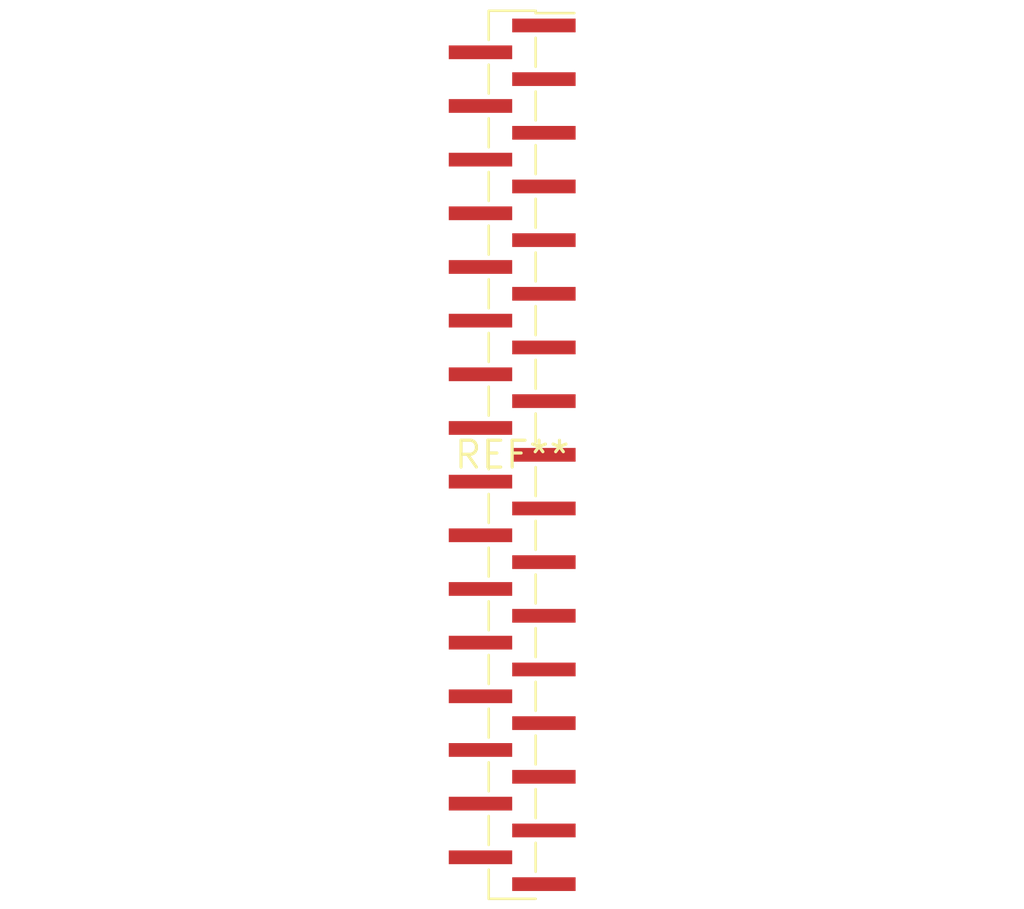
<source format=kicad_pcb>
(kicad_pcb (version 20240108) (generator pcbnew)
  (layers (0 "F.Cu" signal) (31 "B.Cu" signal) (34 "B.Paste" user) (35 "F.Paste" user) (36 "B.SilkS" user "B.Silkscreen") (37 "F.SilkS" user "F.Silkscreen") (38 "B.Mask" user) (39 "F.Mask" user) (44 "Edge.Cuts" user))
  (net 0 "")
  (footprint "PinHeader_1x33_P1.27mm_Vertical_SMD_Pin1Right" (layer "F.Cu") (at 0 0)
    (property "Reference" "REF**")
    (property "Value" "PinHeader_1x33_P1.27mm_Vertical_SMD_Pin1Right")
    (fp_line (start -1.11 -21.015) (end 1.11 -21.015) (layer "F.SilkS") (stroke (width 0.12)))
    (fp_line (start -1.11 -21.005) (end -1.11 -19.635) (layer "F.SilkS") (stroke (width 0.12)))
    (fp_line (start -1.11 -18.465) (end -1.11 -17.095) (layer "F.SilkS") (stroke (width 0.12)))
    (fp_line (start -1.11 -15.925) (end -1.11 -14.555) (layer "F.SilkS") (stroke (width 0.12)))
    (fp_line (start -1.11 -13.385) (end -1.11 -12.015) (layer "F.SilkS") (stroke (width 0.12)))
    (fp_line (start -1.11 -10.845) (end -1.11 -9.475) (layer "F.SilkS") (stroke (width 0.12)))
    (fp_line (start -1.11 -8.305) (end -1.11 -6.935) (layer "F.SilkS") (stroke (width 0.12)))
    (fp_line (start -1.11 -5.765) (end -1.11 -4.395) (layer "F.SilkS") (stroke (width 0.12)))
    (fp_line (start -1.11 -3.225) (end -1.11 -1.855) (layer "F.SilkS") (stroke (width 0.12)))
    (fp_line (start -1.11 -0.685) (end -1.11 0.685) (layer "F.SilkS") (stroke (width 0.12)))
    (fp_line (start -1.11 1.855) (end -1.11 3.225) (layer "F.SilkS") (stroke (width 0.12)))
    (fp_line (start -1.11 4.395) (end -1.11 5.765) (layer "F.SilkS") (stroke (width 0.12)))
    (fp_line (start -1.11 6.935) (end -1.11 8.305) (layer "F.SilkS") (stroke (width 0.12)))
    (fp_line (start -1.11 9.475) (end -1.11 10.845) (layer "F.SilkS") (stroke (width 0.12)))
    (fp_line (start -1.11 12.015) (end -1.11 13.385) (layer "F.SilkS") (stroke (width 0.12)))
    (fp_line (start -1.11 14.555) (end -1.11 15.925) (layer "F.SilkS") (stroke (width 0.12)))
    (fp_line (start -1.11 17.095) (end -1.11 18.465) (layer "F.SilkS") (stroke (width 0.12)))
    (fp_line (start -1.11 19.635) (end -1.11 21.005) (layer "F.SilkS") (stroke (width 0.12)))
    (fp_line (start -1.11 20.905) (end -1.11 21.015) (layer "F.SilkS") (stroke (width 0.12)))
    (fp_line (start -1.11 21.015) (end 1.11 21.015) (layer "F.SilkS") (stroke (width 0.12)))
    (fp_line (start 1.11 -21.015) (end 1.11 -20.905) (layer "F.SilkS") (stroke (width 0.12)))
    (fp_line (start 1.11 -20.905) (end 2.94 -20.905) (layer "F.SilkS") (stroke (width 0.12)))
    (fp_line (start 1.11 -19.735) (end 1.11 -18.365) (layer "F.SilkS") (stroke (width 0.12)))
    (fp_line (start 1.11 -17.195) (end 1.11 -15.825) (layer "F.SilkS") (stroke (width 0.12)))
    (fp_line (start 1.11 -14.655) (end 1.11 -13.285) (layer "F.SilkS") (stroke (width 0.12)))
    (fp_line (start 1.11 -12.115) (end 1.11 -10.745) (layer "F.SilkS") (stroke (width 0.12)))
    (fp_line (start 1.11 -9.575) (end 1.11 -8.205) (layer "F.SilkS") (stroke (width 0.12)))
    (fp_line (start 1.11 -7.035) (end 1.11 -5.665) (layer "F.SilkS") (stroke (width 0.12)))
    (fp_line (start 1.11 -4.495) (end 1.11 -3.125) (layer "F.SilkS") (stroke (width 0.12)))
    (fp_line (start 1.11 -1.955) (end 1.11 -0.585) (layer "F.SilkS") (stroke (width 0.12)))
    (fp_line (start 1.11 0.585) (end 1.11 1.955) (layer "F.SilkS") (stroke (width 0.12)))
    (fp_line (start 1.11 3.125) (end 1.11 4.495) (layer "F.SilkS") (stroke (width 0.12)))
    (fp_line (start 1.11 5.665) (end 1.11 7.035) (layer "F.SilkS") (stroke (width 0.12)))
    (fp_line (start 1.11 8.205) (end 1.11 9.575) (layer "F.SilkS") (stroke (width 0.12)))
    (fp_line (start 1.11 10.745) (end 1.11 12.115) (layer "F.SilkS") (stroke (width 0.12)))
    (fp_line (start 1.11 13.285) (end 1.11 14.655) (layer "F.SilkS") (stroke (width 0.12)))
    (fp_line (start 1.11 15.825) (end 1.11 17.195) (layer "F.SilkS") (stroke (width 0.12)))
    (fp_line (start 1.11 18.365) (end 1.11 19.735) (layer "F.SilkS") (stroke (width 0.12)))
    (pad "1" smd rect (at 1.5 -20.32) (size 3 0.65) (layers "F.Cu" "F.Paste" "F.Mask"))
    (pad "2" smd rect (at -1.5 -19.05) (size 3 0.65) (layers "F.Cu" "F.Paste" "F.Mask"))
    (pad "3" smd rect (at 1.5 -17.78) (size 3 0.65) (layers "F.Cu" "F.Paste" "F.Mask"))
    (pad "4" smd rect (at -1.5 -16.51) (size 3 0.65) (layers "F.Cu" "F.Paste" "F.Mask"))
    (pad "5" smd rect (at 1.5 -15.24) (size 3 0.65) (layers "F.Cu" "F.Paste" "F.Mask"))
    (pad "6" smd rect (at -1.5 -13.97) (size 3 0.65) (layers "F.Cu" "F.Paste" "F.Mask"))
    (pad "7" smd rect (at 1.5 -12.7) (size 3 0.65) (layers "F.Cu" "F.Paste" "F.Mask"))
    (pad "8" smd rect (at -1.5 -11.43) (size 3 0.65) (layers "F.Cu" "F.Paste" "F.Mask"))
    (pad "9" smd rect (at 1.5 -10.16) (size 3 0.65) (layers "F.Cu" "F.Paste" "F.Mask"))
    (pad "10" smd rect (at -1.5 -8.89) (size 3 0.65) (layers "F.Cu" "F.Paste" "F.Mask"))
    (pad "11" smd rect (at 1.5 -7.62) (size 3 0.65) (layers "F.Cu" "F.Paste" "F.Mask"))
    (pad "12" smd rect (at -1.5 -6.35) (size 3 0.65) (layers "F.Cu" "F.Paste" "F.Mask"))
    (pad "13" smd rect (at 1.5 -5.08) (size 3 0.65) (layers "F.Cu" "F.Paste" "F.Mask"))
    (pad "14" smd rect (at -1.5 -3.81) (size 3 0.65) (layers "F.Cu" "F.Paste" "F.Mask"))
    (pad "15" smd rect (at 1.5 -2.54) (size 3 0.65) (layers "F.Cu" "F.Paste" "F.Mask"))
    (pad "16" smd rect (at -1.5 -1.27) (size 3 0.65) (layers "F.Cu" "F.Paste" "F.Mask"))
    (pad "17" smd rect (at 1.5 0) (size 3 0.65) (layers "F.Cu" "F.Paste" "F.Mask"))
    (pad "18" smd rect (at -1.5 1.27) (size 3 0.65) (layers "F.Cu" "F.Paste" "F.Mask"))
    (pad "19" smd rect (at 1.5 2.54) (size 3 0.65) (layers "F.Cu" "F.Paste" "F.Mask"))
    (pad "20" smd rect (at -1.5 3.81) (size 3 0.65) (layers "F.Cu" "F.Paste" "F.Mask"))
    (pad "21" smd rect (at 1.5 5.08) (size 3 0.65) (layers "F.Cu" "F.Paste" "F.Mask"))
    (pad "22" smd rect (at -1.5 6.35) (size 3 0.65) (layers "F.Cu" "F.Paste" "F.Mask"))
    (pad "23" smd rect (at 1.5 7.62) (size 3 0.65) (layers "F.Cu" "F.Paste" "F.Mask"))
    (pad "24" smd rect (at -1.5 8.89) (size 3 0.65) (layers "F.Cu" "F.Paste" "F.Mask"))
    (pad "25" smd rect (at 1.5 10.16) (size 3 0.65) (layers "F.Cu" "F.Paste" "F.Mask"))
    (pad "26" smd rect (at -1.5 11.43) (size 3 0.65) (layers "F.Cu" "F.Paste" "F.Mask"))
    (pad "27" smd rect (at 1.5 12.7) (size 3 0.65) (layers "F.Cu" "F.Paste" "F.Mask"))
    (pad "28" smd rect (at -1.5 13.97) (size 3 0.65) (layers "F.Cu" "F.Paste" "F.Mask"))
    (pad "29" smd rect (at 1.5 15.24) (size 3 0.65) (layers "F.Cu" "F.Paste" "F.Mask"))
    (pad "30" smd rect (at -1.5 16.51) (size 3 0.65) (layers "F.Cu" "F.Paste" "F.Mask"))
    (pad "31" smd rect (at 1.5 17.78) (size 3 0.65) (layers "F.Cu" "F.Paste" "F.Mask"))
    (pad "32" smd rect (at -1.5 19.05) (size 3 0.65) (layers "F.Cu" "F.Paste" "F.Mask"))
    (pad "33" smd rect (at 1.5 20.32) (size 3 0.65) (layers "F.Cu" "F.Paste" "F.Mask"))
  )
)
</source>
